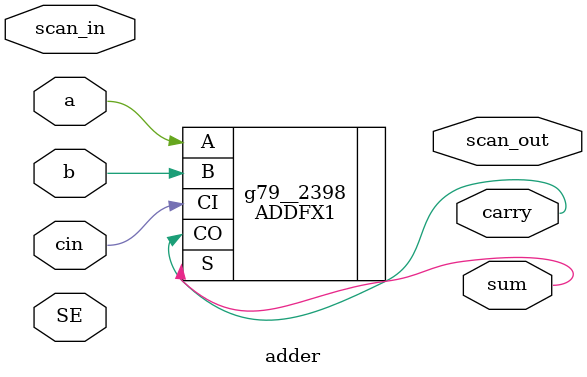
<source format=v>


// Verification Directory fv/adder 

module adder(a, b, cin, sum, carry, SE, scan_in, scan_out);
  input a, b, cin, SE, scan_in;
  output sum, carry, scan_out;
  wire a, b, cin, SE, scan_in;
  wire sum, carry, scan_out;
  ADDFX1 g79__2398(.A (a), .B (b), .CI (cin), .CO (carry), .S (sum));
endmodule


</source>
